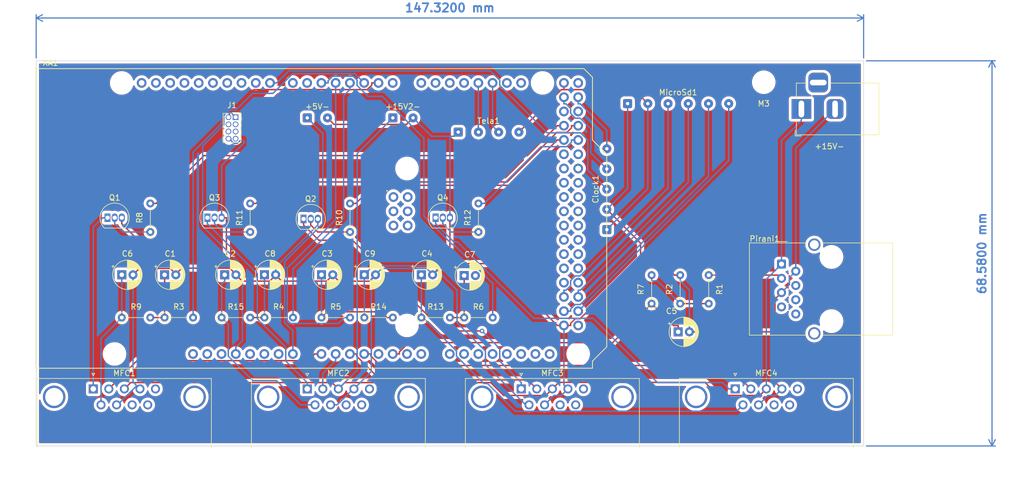
<source format=kicad_pcb>
(kicad_pcb (version 20211014) (generator pcbnew)
  (layers (0 "F.Cu" signal) (31 "B.Cu" signal) (34 "B.Paste" user) (35 "F.Paste" user) (36 "B.SilkS" user "B.Silkscreen") (37 "F.SilkS" user "F.Silkscreen") (38 "B.Mask" user) (39 "F.Mask" user) (44 "Edge.Cuts" user))
  (net 0 "")
  (net 1 "Net-(Pirani1-Pad3)")
  (net 2 "Net-(R1-Pad2)")
  (net 3 "Net-(C1-Pad2)")
  (net 4 "Net-(R3-Pad1)")
  (net 5 "Net-(R3-Pad2)")
  (net 6 "Net-(R4-Pad1)")
  (net 7 "Net-(R4-Pad2)")
  (net 8 "Net-(R5-Pad1)")
  (net 9 "Net-(R5-Pad2)")
  (net 10 "Net-(R6-Pad1)")
  (net 11 "Net-(R6-Pad2)")
  (net 12 "Net-(C5-Pad1)")
  (net 13 "Net-(Clock1-Pad1)")
  (net 14 "Net-(MicroSd1-Pad3)")
  (net 15 "Net-(MicroSd1-Pad4)")
  (net 16 "Net-(MicroSd1-Pad5)")
  (net 17 "Net-(MicroSd1-Pad6)")
  (net 18 "Net-(Clock1-Pad3)")
  (net 19 "Net-(Clock1-Pad4)")
  (net 20 "Net-(Clock1-Pad5)")
  (net 21 "Net-(Tela1-Pad2)")
  (net 22 "Net-(Tela1-Pad3)")
  (net 23 "Net-(MFC1-Pad3)")
  (net 28 "Net-(Q1-Pad2)")
  (net 29 "Net-(MFC1-Pad2)")
  (net 33 "Net-(R8-Pad2)")
  (net 34 "Net-(MFC2-Pad2)")
  (net 38 "Net-(C6-Pad1)")
  (net 39 "Net-(MFC3-Pad2)")
  (net 43 "Net-(Q2-Pad2)")
  (net 44 "Net-(MFC4-Pad2)")
  (net 53 "Net-(R10-Pad2)")
  (net 57 "Net-(Q3-Pad2)")
  (net 67 "Net-(R11-Pad2)")
  (net 93 "Net-(Q4-Pad2)")
  (net 94 "Net-(XA1-PadD29)")
  (net 95 "Net-(MFC4-Pad6)")
  (net 96 "Net-(MFC3-Pad6)")
  (net 119 "Net-(MFC2-Pad6)")
  (net 120 "Net-(Q2-Pad1)")
  (net 121 "Net-(Q1-Pad1)")
  (net 122 "Net-(MFC2-Pad1)")
  (net 123 "Net-(MFC4-Pad1)")
  (net 124 "Net-(XA1-Pad3V3)")
  (net 125 "Net-(XA1-PadD1)")
  (net 131 "Net-(XA1-PadVIN)")
  (footprint "Connector_BarrelJack:BarrelJack_Horizontal" (layer "F.Cu") (at 199.74 51.7575 180)
    (fp_text reference "+15V-")
    (fp_text value "Conn_01x02_Male")
  )
  (footprint "Resistor_THT:R_Axial_DIN0204_L3.6mm_D1.6mm_P5.08mm_Vertical" (layer "F.Cu") (at 104.14 88.9)
    (fp_text reference "R4")
    (fp_text value "1K")
  )
  (footprint "Resistor_THT:R_Axial_DIN0204_L3.6mm_D1.6mm_P5.08mm_Vertical" (layer "F.Cu") (at 83.82 73.66 90)
    (fp_text reference "R8")
    (fp_text value "4.7K")
  )
  (footprint "Connector_PinSocket_1.27mm:PinSocket_2x04_P1.27mm_Vertical" (layer "F.Cu") (at 99 53.23)
    (fp_text reference "J1")
    (fp_text value "ESP01")
  )
  (footprint "Connector_Dsub:DSUB-9_Male_Horizontal_P2.77x2.84mm_EdgePinOffset7.70mm_Housed_MountingHolesOffset9.12mm" (layer "F.Cu") (at 73.66 101.6)
    (fp_text reference "MFC1")
    (fp_text value "Conn_01x09_Male")
  )
  (footprint "Capacitor_THT:CP_Radial_D5.0mm_P2.00mm" (layer "F.Cu") (at 86.36 81.28)
    (fp_text reference "C1")
    (fp_text value "1uF")
  )
  (footprint "Package_TO_SOT_THT:TO-92_Inline" (layer "F.Cu") (at 93.98 71.12)
    (fp_text reference "Q3")
    (fp_text value "BC337")
  )
  (footprint "Connector_Wire:SolderWire-0.1sqmm_1x02_P3.6mm_D0.4mm_OD1mm" (layer "F.Cu") (at 111.76 53.34)
    (fp_text reference "+5V-")
    (fp_text value "Conn_01x02_Male")
  )
  (footprint "Resistor_THT:R_Axial_DIN0204_L3.6mm_D1.6mm_P5.08mm_Vertical" (layer "F.Cu") (at 114.3 88.9)
    (fp_text reference "R5")
    (fp_text value "1K")
  )
  (footprint "Capacitor_THT:CP_Radial_D5.0mm_P2.00mm" (layer "F.Cu") (at 78.74 81.28)
    (fp_text reference "C6")
    (fp_text value "1uF")
  )
  (footprint "Resistor_THT:R_Axial_DIN0204_L3.6mm_D1.6mm_P5.08mm_Vertical" (layer "F.Cu") (at 142.24 73.66 90)
    (fp_text reference "R12")
    (fp_text value "4.7K")
  )
  (footprint "Connector_Dsub:DSUB-9_Male_Horizontal_P2.77x2.84mm_EdgePinOffset7.70mm_Housed_MountingHolesOffset9.12mm" (layer "F.Cu") (at 187.96 101.6)
    (fp_text reference "MFC4")
    (fp_text value "Conn_01x09_Male")
  )
  (footprint "Resistor_THT:R_Axial_DIN0204_L3.6mm_D1.6mm_P5.08mm_Vertical" (layer "F.Cu") (at 132.08 88.9)
    (fp_text reference "R13")
    (fp_text value "1K")
  )
  (footprint "Connector_RJ:RJ45_Wuerth_7499010001A_Horizontal" (layer "F.Cu") (at 196.2 79.375)
    (fp_text reference "Pirani1")
    (fp_text value "Conn_01x08_Male")
  )
  (footprint "Connector_Wire:SolderWire-0.1sqmm_1x04_P3.6mm_D0.4mm_OD1mm" (layer "F.Cu") (at 138.64 55.88)
    (fp_text reference "Tela1")
    (fp_text value "Conn_01x04_Male")
  )
  (footprint "Connector_Dsub:DSUB-9_Male_Horizontal_P2.77x2.84mm_EdgePinOffset7.70mm_Housed_MountingHolesOffset9.12mm" (layer "F.Cu") (at 111.76 101.6)
    (fp_text reference "MFC2")
    (fp_text value "Conn_01x09_Male")
  )
  (footprint "Package_TO_SOT_THT:TO-92_Inline" (layer "F.Cu") (at 111.105 71.3375)
    (fp_text reference "Q2")
    (fp_text value "BC337")
  )
  (footprint "Resistor_THT:R_Axial_DIN0204_L3.6mm_D1.6mm_P5.08mm_Vertical" (layer "F.Cu") (at 101.6 73.66 90)
    (fp_text reference "R11")
    (fp_text value "4.7K")
  )
  (footprint "Capacitor_THT:CP_Radial_D5.0mm_P2.00mm" (layer "F.Cu") (at 104.14 81.28)
    (fp_text reference "C8")
    (fp_text value "1uF")
  )
  (footprint "Capacitor_THT:CP_Radial_D5.0mm_P2.00mm" (layer "F.Cu") (at 177.8 91.44)
    (fp_text reference "C5")
    (fp_text value "1uF")
  )
  (footprint "Connector_Wire:SolderWire-0.1sqmm_1x02_P3.6mm_D0.4mm_OD1mm" (layer "F.Cu") (at 127 53.34)
    (fp_text reference "+15V2-")
    (fp_text value "Conn_01x02_Male")
  )
  (footprint "MountingHole:MountingHole_3.2mm_M3" (layer "F.Cu") (at 193.04 47)
    (fp_text reference "M3")
    (fp_text value "MountingHole_3.2mm_M3")
  )
  (footprint "Arduino:Arduino_Mega2560_Shield" (layer "F.Cu") (at 63.48 97.92)
    (fp_text reference "XA1")
    (fp_text value "Arduino_Mega2560_Shield")
  )
  (footprint "Capacitor_THT:CP_Radial_D5.0mm_P2.00mm" (layer "F.Cu") (at 114.3 81.28)
    (fp_text reference "C3")
    (fp_text value "1uF")
  )
  (footprint "Resistor_THT:R_Axial_DIN0204_L3.6mm_D1.6mm_P5.08mm_Vertical" (layer "F.Cu") (at 183.24 81.34 -90)
    (fp_text reference "R1")
    (fp_text value "4.6K")
  )
  (footprint "Capacitor_THT:CP_Radial_D5.0mm_P2.00mm" (layer "F.Cu") (at 97.06 81.28)
    (fp_text reference "C2")
    (fp_text value "1uF")
  )
  (footprint "Resistor_THT:R_Axial_DIN0204_L3.6mm_D1.6mm_P5.08mm_Vertical" (layer "F.Cu") (at 178.16 86.42 90)
    (fp_text reference "R2")
    (fp_text value "4.6K")
  )
  (footprint "Resistor_THT:R_Axial_DIN0204_L3.6mm_D1.6mm_P5.08mm_Vertical" (layer "F.Cu") (at 119.38 73.66 90)
    (fp_text reference "R10")
    (fp_text value "4.7K")
  )
  (footprint "Connector_Wire:SolderWire-0.1sqmm_1x05_P3.6mm_D0.4mm_OD1mm" (layer "F.Cu") (at 165.1 73.24 90)
    (fp_text reference "Clock1")
    (fp_text value "Conn_01x05_Male")
  )
  (footprint "Capacitor_THT:CP_Radial_D5.0mm_P2.00mm" (layer "F.Cu") (at 139.7 81.42)
    (fp_text reference "C7")
    (fp_text value "1uF")
  )
  (footprint "Resistor_THT:R_Axial_DIN0204_L3.6mm_D1.6mm_P5.08mm_Vertical" (layer "F.Cu") (at 96.52 88.9)
    (fp_text reference "R15")
    (fp_text value "1K")
  )
  (footprint "Connector_Wire:SolderWire-0.1sqmm_1x06_P3.6mm_D0.4mm_OD1mm" (layer "F.Cu") (at 168.8 50.8)
    (fp_text reference "MicroSd1")
    (fp_text value "Conn_01x06_Male")
  )
  (footprint "Connector_Dsub:DSUB-9_Male_Horizontal_P2.77x2.84mm_EdgePinOffset7.70mm_Housed_MountingHolesOffset9.12mm" (layer "F.Cu") (at 149.86 101.6)
    (fp_text reference "MFC3")
    (fp_text value "Conn_01x09_Male")
  )
  (footprint "Resistor_THT:R_Axial_DIN0204_L3.6mm_D1.6mm_P5.08mm_Vertical" (layer "F.Cu") (at 173.08 86.42 90)
    (fp_text reference "R7")
    (fp_text value "220")
  )
  (footprint "Resistor_THT:R_Axial_DIN0204_L3.6mm_D1.6mm_P5.08mm_Vertical" (layer "F.Cu") (at 78.74 88.9)
    (fp_text reference "R9")
    (fp_text value "1K")
  )
  (footprint "Capacitor_THT:CP_Radial_D5.0mm_P2.00mm" (layer "F.Cu") (at 121.92 81.28)
    (fp_text reference "C9")
    (fp_text value "1uF")
  )
  (footprint "Capacitor_THT:CP_Radial_D5.0mm_P2.00mm" (layer "F.Cu") (at 132.08 81.28)
    (fp_text reference "C4")
    (fp_text value "1uF")
  )
  (footprint "Package_TO_SOT_THT:TO-92_Inline" (layer "F.Cu") (at 134.62 71.12)
    (fp_text reference "Q4")
    (fp_text value "BC337")
  )
  (footprint "Resistor_THT:R_Axial_DIN0204_L3.6mm_D1.6mm_P5.08mm_Vertical" (layer "F.Cu") (at 86.36 88.9)
    (fp_text reference "R3")
    (fp_text value "1K")
  )
  (footprint "Resistor_THT:R_Axial_DIN0204_L3.6mm_D1.6mm_P5.08mm_Vertical" (layer "F.Cu") (at 139.7 88.9)
    (fp_text reference "R6")
    (fp_text value "1K")
  )
  (footprint "Package_TO_SOT_THT:TO-92_Inline" (layer "F.Cu") (at 76.2 71.12)
    (fp_text reference "Q1")
    (fp_text value "BC337")
  )
  (footprint "Resistor_THT:R_Axial_DIN0204_L3.6mm_D1.6mm_P5.08mm_Vertical" (layer "F.Cu") (at 121.92 88.9)
    (fp_text reference "R14")
    (fp_text value "1K")
  )
  (gr_line (start 210.82 111.76) (end 210.82 43.18) (layer "Edge.Cuts") (width 0.1))
  (gr_line (start 63.5 43.18) (end 63.5 111.76) (layer "Edge.Cuts") (width 0.1))
  (gr_line (start 210.82 43.18) (end 63.5 43.18) (layer "Edge.Cuts") (width 0.1))
  (gr_line (start 63.5 111.76) (end 210.82 111.76) (layer "Edge.Cuts") (width 0.1))
  (dimension (type aligned) (layer "B.Cu") (pts (xy 210.82 43.18) (xy 210.82 111.76)) (height -22.86) (gr_text "68,5800 mm" (at 231.88 77.47 90) (layer "B.Cu") (effects (font (size 1.5 1.5) (thickness 0.3)))) (format (units 3) (units_format 1) (precision 4)) (style (thickness 0.2) (arrow_length 1.27) (text_position_mode 0) (extension_height 0.58642) (extension_offset 0.5) keep_text_aligned))
  (dimension (type aligned) (layer "B.Cu") (pts (xy 63.5 43.18) (xy 210.82 43.18)) (height -7.62) (gr_text "147,3200 mm" (at 137.16 33.76) (layer "B.Cu") (effects (font (size 1.5 1.5) (thickness 0.3)))) (format (units 3) (units_format 1) (precision 4)) (style (thickness 0.2) (arrow_length 1.27) (text_position_mode 0) (extension_height 0.58642) (extension_offset 0.5) keep_text_aligned))
  (segment (start 183.24 81.34) (end 195.625 81.34) (width 0.25) (layer "F.Cu") (net 1))
  (segment (start 195.625 81.34) (end 196.2 81.915) (width 0.25) (layer "F.Cu") (net 1))
  (segment (start 183.24 86.42) (end 178.16 86.42) (width 0.25) (layer "F.Cu") (net 2))
  (segment (start 173.08 81.34) (end 173.08 82.3653) (width 0.25) (layer "B.Cu") (net 2))
  (segment (start 174.1053 82.3653) (end 173.08 82.3653) (width 0.25) (layer "B.Cu") (net 2))
  (segment (start 178.16 86.42) (end 174.1053 82.3653) (width 0.25) (layer "B.Cu") (net 2))
  (segment (start 97.3703 80.1005) (end 97.3703 71.12) (width 0.25) (layer "F.Cu") (net 3))
  (segment (start 178.16 81.34) (end 177.1347 81.34) (width 0.25) (layer "F.Cu") (net 3))
  (segment (start 116.5249 54.5049) (end 115.36 53.34) (width 0.25) (layer "F.Cu") (net 3))
  (segment (start 195.0414 100.3714) (end 196.27 101.6) (width 0.25) (layer "F.Cu") (net 3))
  (segment (start 78.74 71.12) (end 78.74 72.1953) (width 0.25) (layer "F.Cu") (net 3))
  (segment (start 159.4662 89.1111) (end 158.6489 89.9284) (width 0.25) (layer "F.Cu") (net 3))
  (segment (start 107.2053 82.4054) (end 115.2347 82.4054) (width 0.25) (layer "F.Cu") (net 3))
  (segment (start 196.2 84.455) (end 195.0414 85.6136) (width 0.25) (layer "F.Cu") (net 3))
  (segment (start 97.3703 80.1005) (end 89.4173 80.1005) (width 0.25) (layer "F.Cu") (net 3))
  (segment (start 123.92 81.3877) (end 123.92 81.28) (width 0.25) (layer "F.Cu") (net 3))
  (segment (start 81.8654 80.1546) (end 87.3568 80.1546) (width 0.25) (layer "F.Cu") (net 3))
  (segment (start 177.1347 81.34) (end 174.1292 78.3345) (width 0.25) (layer "F.Cu") (net 3))
  (segment (start 130.6 53.34) (end 129.4351 54.5049) (width 0.25) (layer "F.Cu") (net 3))
  (segment (start 106.14 81.3401) (end 107.2053 82.4054) (width 0.25) (layer "F.Cu") (net 3))
  (segment (start 137.16 71.12) (end 137.16 72.1953) (width 0.25) (layer "F.Cu") (net 3))
  (segment (start 97.9544 80.1005) (end 97.3703 80.1005) (width 0.25) (layer "F.Cu") (net 3))
  (segment (start 106.14 81.3401) (end 105.0747 82.4054) (width 0.25) (layer "F.Cu") (net 3))
  (segment (start 81.8654 80.1546) (end 80.74 81.28) (width 0.25) (layer "F.Cu") (net 3))
  (segment (start 145.261 79.2899) (end 156.2711 90.3) (width 0.25) (layer "F.Cu") (net 3))
  (segment (start 195.0414 91.44) (end 179.8 91.44) (width 0.25) (layer "F.Cu") (net 3))
  (segment (start 122.8931 82.4146) (end 123.92 81.3877) (width 0.25) (layer "F.Cu") (net 3))
  (segment (start 129.4351 54.5049) (end 116.5249 54.5049) (width 0.25) (layer "F.Cu") (net 3))
  (segment (start 117.3745 82.4146) (end 122.8931 82.4146) (width 0.25) (layer "F.Cu") (net 3))
  (segment (start 157.46 90.3) (end 156.2711 90.3) (width 0.25) (layer "F.Cu") (net 3))
  (segment (start 195.0414 91.44) (end 195.0414 100.3714) (width 0.25) (layer "F.Cu") (net 3))
  (segment (start 137.16 79.2899) (end 145.261 79.2899) (width 0.25) (layer "F.Cu") (net 3))
  (segment (start 100.1854 82.4054) (end 99.06 81.28) (width 0.25) (layer "F.Cu") (net 3))
  (segment (start 195.0414 85.6136) (end 195.0414 91.44) (width 0.25) (layer "F.Cu") (net 3))
  (segment (start 89.4173 80.1005) (end 88.36 81.1578) (width 0.25) (layer "F.Cu") (net 3))
  (segment (start 96.52 71.12) (end 97.3703 71.12) (width 0.25) (layer "F.Cu") (net 3))
  (segment (start 78.74 72.1953) (end 81.8654 75.3207) (width 0.25) (layer "F.Cu") (net 3))
  (segment (start 137.16 79.2899) (end 137.16 72.1953) (width 0.25) (layer "F.Cu") (net 3))
  (segment (start 106.14 81.3401) (end 106.14 81.28) (width 0.25) (layer "F.Cu") (net 3))
  (segment (start 99.06 81.2061) (end 97.9544 80.1005) (width 0.25) (layer "F.Cu") (net 3))
  (segment (start 171.1079 75.6479) (end 171.1079 78.3345) (width 0.25) (layer "F.Cu") (net 3))
  (segment (start 105.0747 82.4054) (end 100.1854 82.4054) (width 0.25) (layer "F.Cu") (net 3))
  (segment (start 171.1079 78.3345) (end 160.3313 89.1111) (width 0.25) (layer "F.Cu") (net 3))
  (segment (start 88.36 81.1578) (end 88.36 81.28) (width 0.25) (layer "F.Cu") (net 3))
  (segment (start 87.3568 80.1546) (end 88.36 81.1578) (width 0.25) (layer "F.Cu") (net 3))
  (segment (start 160.3313 89.1111) (end 159.4662 89.1111) (width 0.25) (layer "F.Cu") (net 3))
  (segment (start 165.1 69.64) (end 171.1079 75.6479) (width 0.25) (layer "F.Cu") (net 3))
  (segment (start 99.06 81.28) (end 99.06 81.2061) (width 0.25) (layer "F.Cu") (net 3))
  (segment (start 116.3 81.3401) (end 116.3 81.28) (width 0.25) (layer "F.Cu") (net 3))
  (segment (start 115.2347 82.4054) (end 116.3 81.3401) (width 0.25) (layer "F.Cu") (net 3))
  (segment (start 158.6489 89.9284) (end 158.6489 90.3) (width 0.25) (layer "F.Cu") (net 3))
  (segment (start 116.3 81.3401) (end 117.3745 82.4146) (width 0.25) (layer "F.Cu") (net 3))
  (segment (start 81.8654 75.3207) (end 81.8654 80.1546) (width 0.25) (layer "F.Cu") (net 3))
  (segment (start 157.46 90.3) (end 158.6489 90.3) (width 0.25) (layer "F.Cu") (net 3))
  (segment (start 136.0701 79.2899) (end 137.16 79.2899) (width 0.25) (layer "F.Cu") (net 3))
  (segment (start 174.1292 78.3345) (end 171.1079 78.3345) (width 0.25) (layer "F.Cu") (net 3))
  (segment (start 134.08 81.28) (end 136.0701 79.2899) (width 0.25) (layer "F.Cu") (net 3))
  (segment (start 179.8 84.0053) (end 179.8 91.44) (width 0.25) (layer "B.Cu") (net 3))
  (segment (start 154.015 104.44) (end 155.6845 102.7705) (width 0.25) (layer "B.Cu") (net 3))
  (segment (start 100.65265 57.65265) (end 96.52 61.7853) (width 0.25) (layer "B.Cu") (net 3))
  (segment (start 198.74 80.645) (end 197.6146 81.7704) (width 0.25) (layer "B.Cu") (net 3))
  (segment (start 106.14 81.28) (end 106.14 79.9178) (width 0.25) (layer "B.Cu") (net 3))
  (segment (start 134.08 81.28) (end 134.08 81.2023) (width 0.25) (layer "B.Cu") (net 3))
  (segment (start 77.815 104.44) (end 77.9863 104.44) (width 0.25) (layer "B.Cu") (net 3))
  (segment (start 80.74 100.37) (end 81.3982 101.0281) (width 0.25) (layer "B.Cu") (net 3))
  (segment (start 198.74 58.7575) (end 198.74 80.645) (width 0.25) (layer "B.Cu") (net 3))
  (segment (start 113.645 71.3375) (end 113.645 72.4128) (width 0.25) (layer "B.Cu") (net 3))
  (segment (start 98.175489 57.04) (end 98.175489 57.381525) (width 0.25) (layer "B.Cu") (net 3))
  (segment (start 178.16 82.3653) (end 179.8 84.0053) (width 0.25) (layer "B.Cu") (net 3))
  (segment (start 81.3982 101.0281) (end 81.97 101.6) (width 0.25) (layer "B.Cu") (net 3))
  (segment (start 134.08 81.2023) (end 133.0324 80.1547) (width 0.25) (layer "B.Cu") (net 3))
  (segment (start 195.0995 102.7705) (end 196.27 101.6) (width 0.25) (layer "B.Cu") (net 3))
  (segment (start 123.17 98.5) (end 120.07 101.6) (width 0.25) (layer "B.Cu") (net 3))
  (segment (start 99.341525 57.864511) (end 99.824511 57.381525) (width 0.25) (layer "B.Cu") (net 3))
  (segment (start 137.9 56.62) (end 137.16 56.62) (width 0.25) (layer "B.Cu") (net 3))
  (segment (start 133.0324 80.1547) (end 125.0453 80.1547) (width 0.25) (layer "B.Cu") (net 3))
  (segment (start 137.16 56.62) (end 137.16 71.12) (width 0.25) (layer "B.Cu") (net 3))
  (segment (start 133.88 56.62) (end 130.6 53.34) (width 0.25) (layer "B.Cu") (net 3))
  (segment (start 197.6146 83.0404) (end 196.2 84.455) (width 0.25) (layer "B.Cu") (net 3))
  (segment (start 98.658475 57.864511) (end 99.341525 57.864511) (width 0.25) (layer "B.Cu") (net 3))
  (segment (start 197.6146 81.7704) (end 197.6146 83.0404) (width 0.25) (layer "B.Cu") (net 3))
  (segment (start 123.17 82.03) (end 123.17 98.5) (width 0.25) (layer "B.Cu") (net 3))
  (segment (start 77.9863 104.44) (end 81.3982 101.0281) (width 0.25) (layer "B.Cu") (net 3))
  (segment (start 125.0453 80.1547) (end 123.92 81.28) (width 0.25) (layer "B.Cu") (net 3))
  (segment (start 157.46 100.89) (end 158.17 101.6) (width 0.25) (layer "B.Cu") (net 3))
  (segment (start 137.16 56.62) (end 133.88 56.62) (width 0.25) (layer "B.Cu") (net 3))
  (segment (start 80.74 81.28) (end 80.74 100.37) (width 0.25) (layer "B.Cu") (net 3))
  (segment (start 138.64 55.88) (end 137.9 56.62) (width 0.25) (layer "B.Cu") (net 3))
  (segment (start 168.8 65.94) (end 168.8 50.8) (width 0.25) (layer "B.Cu") (net 3))
  (segment (start 98.175489 57.381525) (end 98.658475 57.864511) (width 0.25) (layer "B.Cu") (net 3))
  (segment (start 120.07 101.6) (end 119.9335 101.6) (width 0.25) (layer "B.Cu") (net 3))
  (segment (start 157.46 90.3) (end 157.46 100.89) (width 0.25) (layer "B.Cu") (net 3))
  (segment (start 205.74 51.7575) (end 198.74 58.7575) (width 0.25) (layer "B.Cu") (net 3))
  (segment (start 99.824511 57.381525) (end 100.381525 57.381525) (width 0.25) (layer "B.Cu") (net 3))
  (segment (start 119.9335 101.6) (end 117.0935 104.44) (width 0.25) (layer "B.Cu") (net 3))
  (segment (start 106.14 79.9178) (end 113.645 72.4128) (width 0.25) (layer "B.Cu") (net 3))
  (segment (start 155.6845 102.7705) (end 156.9995 102.7705) (width 0.25) (layer "B.Cu") (net 3))
  (segment (start 100.381525 57.381525) (end 100.65265 57.65265) (width 0.25) (layer "B.Cu") (net 3))
  (segment (start 178.16 81.34) (end 178.16 82.3653) (width 0.25) (layer "B.Cu") (net 3))
  (segment (start 193.7845 102.7705) (end 195.0995 102.7705) (width 0.25) (layer "B.Cu") (net 3))
  (segment (start 123.92 81.28) (end 123.17 82.03) (width 0.25) (layer "B.Cu") (net 3))
  (segment (start 165.1 69.64) (end 168.8 65.94) (width 0.25) (layer "B.Cu") (net 3))
  (segment (start 117.0935 104.44) (end 115.915 104.44) (width 0.25) (layer "B.Cu") (net 3))
  (segment (start 97.73 57.04) (end 98.175489 57.04) (width 0.25) (layer "B.Cu") (net 3))
  (segment (start 156.9995 102.7705) (end 158.17 101.6) (width 0.25) (layer "B.Cu") (net 3))
  (segment (start 96.52 61.7853) (end 96.52 71.12) (width 0.25) (layer "B.Cu") (net 3))
  (segment (start 192.115 104.44) (end 193.7845 102.7705) (width 0.25) (layer "B.Cu") (net 3))
  (segment (start 86.36 81.28) (end 86.36 82.4053) (width 0.25) (layer "F.Cu") (net 4))
  (segment (start 86.36 88.9) (end 83.82 88.9) (width 0.25) (layer "F.Cu") (net 4))
  (segment (start 86.36 88.9) (end 86.36 82.4053) (width 0.25) (layer "F.Cu") (net 4))
  (segment (start 97.202278 51.955969) (end 99.044031 51.955969) (width 0.25) (layer "B.Cu") (net 5))
  (segment (start 91.44 88.9) (end 91.44 59.424282) (width 0.25) (layer "B.Cu") (net 5))
  (segment (start 120.2592 45.4792) (end 121.9 47.12) (width 0.25) (layer "B.Cu") (net 5))
  (segment (start 109.1594 45.4792) (end 120.2592 45.4792) (width 0.25) (layer "B.Cu") (net 5))
  (segment (start 99.044031 51.955969) (end 102.0117 48.9883) (width 0.25) (layer "B.Cu") (net 5))
  (segment (start 96.455969 52.702277) (end 97.202278 51.955969) (width 0.25) (layer "B.Cu") (net 5))
  (segment (start 96.455969 54.408313) (end 96.455969 52.702277) (width 0.25) (layer "B.Cu") (net 5))
  (segment (start 91.44 59.424282) (end 96.455969 54.408313) (width 0.25) (layer "B.Cu") (net 5))
  (segment (start 105.6503 48.9883) (end 109.1594 45.4792) (width 0.25) (layer "B.Cu") (net 5))
  (segment (start 102.0117 48.9883) (end 105.6503 48.9883) (width 0.25) (layer "B.Cu") (net 5))
  (segment (start 104.14 88.9) (end 101.6 88.9) (width 0.25) (layer "F.Cu") (net 6))
  (segment (start 104.14 88.9) (end 104.14 81.28) (width 0.25) (layer "B.Cu") (net 6))
  (segment (start 119.36 47.12) (end 119.36 48.3089) (width 0.25) (layer "B.Cu") (net 7))
  (segment (start 109.22 88.9) (end 109.22 80.2375) (width 0.25) (layer "B.Cu") (net 7))
  (segment (start 109.22 80.2375) (end 118.234 71.2235) (width 0.25) (layer "B.Cu") (net 7))
  (segment (start 118.234 71.2235) (end 118.234 49.4349) (width 0.25) (layer "B.Cu") (net 7))
  (segment (start 118.234 49.4349) (end 119.36 48.3089) (width 0.25) (layer "B.Cu") (net 7))
  (segment (start 115.3253 87.8747) (end 124.9494 87.8747) (width 0.25) (layer "F.Cu") (net 8))
  (segment (start 127 88.9) (end 125.9747 88.9) (width 0.25) (layer "F.Cu") (net 8))
  (segment (start 124.9494 87.8747) (end 125.9747 88.9) (width 0.25) (layer "F.Cu") (net 8))
  (segment (start 114.3 88.9) (end 115.3253 87.8747) (width 0.25) (layer "F.Cu") (net 8))
  (segment (start 114.3 88.9) (end 114.3 81.28) (width 0.25) (layer "B.Cu") (net 8))
  (segment (start 108.1925 89.3611) (end 108.1925 80.0705) (width 0.25) (layer "B.Cu") (net 9))
  (segment (start 108.1925 80.0705) (end 116.82 71.443) (width 0.25) (layer "B.Cu") (net 9))
  (segment (start 108.7811 89.9497) (end 108.1925 89.3611) (width 0.25) (layer "B.Cu") (net 9))
  (segment (start 116.82 71.443) (end 116.82 47.12) (width 0.25) (layer "B.Cu") (net 9))
  (segment (start 119.38 88.9) (end 118.3547 88.9) (width 0.25) (layer "B.Cu") (net 9))
  (segment (start 118.3547 88.9) (end 117.305 89.9497) (width 0.25) (layer "B.Cu") (net 9))
  (segment (start 117.305 89.9497) (end 108.7811 89.9497) (width 0.25) (layer "B.Cu") (net 9))
  (segment (start 139.7 81.42) (end 139.7 82.5453) (width 0.25) (layer "F.Cu") (net 10))
  (segment (start 139.7 88.9) (end 139.7 82.5453) (width 0.25) (layer "F.Cu") (net 10))
  (segment (start 139.7 88.9) (end 137.16 88.9) (width 0.25) (layer "F.Cu") (net 10))
  (segment (start 144.78 87.8747) (end 144.78 82.8328) (width 0.25) (layer "B.Cu") (net 11))
  (segment (start 132.5363 70.856) (end 132.5363 56.9613) (width 0.25) (layer "B.Cu") (net 11))
  (segment (start 137.8501 75.9029) (end 137.5832 75.9029) (width 0.25) (layer "B.Cu") (net 11))
  (segment (start 132.5363 56.9613) (end 125.0911 49.5161) (width 0.25) (layer "B.Cu") (net 11))
  (segment (start 122.584 49.5161) (end 120.63 47.5621) (width 0.25) (layer "B.Cu") (net 11))
  (segment (start 144.78 88.9) (end 144.78 87.8747) (width 0.25) (layer "B.Cu") (net 11))
  (segment (start 115.4689 46.7484) (end 115.4689 47.12) (width 0.25) (layer "B.Cu") (net 11))
  (segment (start 125.0911 49.5161) (end 122.584 49.5161) (width 0.25) (layer "B.Cu") (net 11))
  (segment (start 114.28 47.12) (end 115.4689 47.12) (width 0.25) (layer "B.Cu") (net 11))
  (segment (start 137.5832 75.9029) (end 132.5363 70.856) (width 0.25) (layer "B.Cu") (net 11))
  (segment (start 144.78 82.8328) (end 137.8501 75.9029) (width 0.25) (layer "B.Cu") (net 11))
  (segment (start 119.9398 45.9311) (end 116.2862 45.9311) (width 0.25) (layer "B.Cu") (net 11))
  (segment (start 120.63 46.6213) (end 119.9398 45.9311) (width 0.25) (layer "B.Cu") (net 11))
  (segment (start 120.63 47.5621) (end 120.63 46.6213) (width 0.25) (layer "B.Cu") (net 11))
  (segment (start 116.2862 45.9311) (end 115.4689 46.7484) (width 0.25) (layer "B.Cu") (net 11))
  (segment (start 177.8 91.44) (end 177.8 90.3147) (width 0.25) (layer "F.Cu") (net 12))
  (segment (start 128.1689 95.0085) (end 128.1689 95.38) (width 0.25) (layer "F.Cu") (net 12))
  (segment (start 166.1393 93.3607) (end 129.8167 93.3607) (width 0.25) (layer "F.Cu") (net 12))
  (segment (start 173.08 86.42) (end 176.9747 90.3147) (width 0.25) (layer "F.Cu") (net 12))
  (segment (start 126.98 95.38) (end 128.1689 95.38) (width 0.25) (layer "F.Cu") (net 12))
  (segment (start 129.8167 93.3607) (end 128.1689 95.0085) (width 0.25) (layer "F.Cu") (net 12))
  (segment (start 173.08 86.42) (end 166.1393 93.3607) (width 0.25) (layer "F.Cu") (net 12))
  (segment (start 176.9747 90.3147) (end 177.8 90.3147) (width 0.25) (layer "F.Cu") (net 12))
  (segment (start 157.0111 48.3089) (end 157.46 48.3089) (width 0.25) (layer "F.Cu") (net 13))
  (segment (start 169.9089 48.3089) (end 157.46 48.3089) (width 0.25) (layer "F.Cu") (net 13))
  (segment (start 149.44 55.88) (end 157.0111 48.3089) (width 0.25) (layer "F.Cu") (net 13))
  (segment (start 172.4 50.8) (end 169.9089 48.3089) (width 0.25) (layer "F.Cu") (net 13))
  (segment (start 157.46 47.12) (end 157.46 48.3089) (width 0.25) (layer "F.Cu") (net 13))
  (segment (start 172.4 65.94) (end 165.1 73.24) (width 0.25) (layer "B.Cu") (net 13))
  (segment (start 172.4 50.8) (end 172.4 65.94) (width 0.25) (layer "B.Cu") (net 13))
  (segment (start 159.4857 81.491) (end 158.6489 82.3278) (width 0.25) (layer "B.Cu") (net 14))
  (segment (start 176 50.8) (end 176 65.8268) (width 0.25) (layer "B.Cu") (net 14))
  (segment (start 176 65.8268) (end 160.3358 81.491) (width 0.25) (layer "B.Cu") (net 14))
  (segment (start 158.6489 82.3278) (end 158.6489 83.2138) (width 0.25) (layer "B.Cu") (net 14))
  (segment (start 157.46 85.22) (end 157.46 84.0311) (width 0.25) (layer "B.Cu") (net 14))
  (segment (start 158.6489 83.2138) (end 157.8316 84.0311) (width 0.25) (layer "B.Cu") (net 14))
  (segment (start 160.3358 81.491) (end 159.4857 81.491) (width 0.25) (layer "B.Cu") (net 14))
  (segment (start 157.8316 84.0311) (end 157.46 84.0311) (width 0.25) (layer "B.Cu") (net 14))
  (segment (start 160 85.22) (end 160 84.0311) (width 0.25) (layer "B.Cu") (net 15))
  (segment (start 179.6 64.8026) (end 160.3715 84.0311) (width 0.25) (layer "B.Cu") (net 15))
  (segment (start 160.3715 84.0311) (end 160 84.0311) (width 0.25) (layer "B.Cu") (net 15))
  (segment (start 179.6 50.8) (end 179.6 64.8026) (width 0.25) (layer "B.Cu") (net 15))
  (segment (start 157.46 87.76) (end 158.6489 87.76) (width 0.25) (layer "B.Cu") (net 16))
  (segment (start 183.2 50.8) (end 183.2 63.7468) (width 0.25) (layer "B.Cu") (net 16))
  (segment (start 158.6489 87.3884) (end 158.6489 87.76) (width 0.25) (layer "B.Cu") (net 16))
  (segment (start 160.3757 86.5711) (end 159.4662 86.5711) (width 0.25) (layer "B.Cu") (net 16))
  (segment (start 159.4662 86.5711) (end 158.6489 87.3884) (width 0.25) (layer "B.Cu") (net 16))
  (segment (start 183.2 63.7468) (end 160.3757 86.5711) (width 0.25) (layer "B.Cu") (net 16))
  (segment (start 186.8 50.8) (end 186.8 60.96) (width 0.25) (layer "B.Cu") (net 17))
  (segment (start 186.8 60.96) (end 160 87.76) (width 0.25) (layer "B.Cu") (net 17))
  (segment (start 146.03 46.6397) (end 144.3712 44.9809) (width 0.25) (layer "B.Cu") (net 18))
  (segment (start 161.7145 57.2973) (end 160.4272 56.01) (width 0.25) (layer "B.Cu") (net 18))
  (segment (start 105.136 47.12) (end 106.3249 47.12) (width 0.25) (layer "B.Cu") (net 18))
  (segment (start 161.7145 62.6545) (end 161.7145 57.2973) (width 0.25) (layer "B.Cu") (net 18))
  (segment (start 144.3712 44.9809) (end 108.464 44.9809) (width 0.25) (layer "B.Cu") (net 18))
  (segment (start 146.03 47.551) (end 146.03 46.6397) (width 0.25) (layer "B.Cu") (net 18))
  (segment (start 154.489 56.01) (end 146.03 47.551) (width 0.25) (layer "B.Cu") (net 18))
  (segment (start 108.464 44.9809) (end 106.3249 47.12) (width 0.25) (layer "B.Cu") (net 18))
  (segment (start 160.4272 56.01) (end 154.489 56.01) (width 0.25) (layer "B.Cu") (net 18))
  (segment (start 165.1 66.04) (end 161.7145 62.6545) (width 0.25) (layer "B.Cu") (net 18))
  (segment (start 157.46 49.66) (end 157.46 50.8489) (width 0.25) (layer "B.Cu") (net 19))
  (segment (start 158.6489 51.6662) (end 157.8316 50.8489) (width 0.25) (layer "B.Cu") (net 19))
  (segment (start 157.8316 50.8489) (end 157.46 50.8489) (width 0.25) (layer "B.Cu") (net 19))
  (segment (start 165.1 62.44) (end 162.2459 59.5859) (width 0.25) (layer "B.Cu") (net 19))
  (segment (start 158.6489 52.5522) (end 158.6489 51.6662) (width 0.25) (layer "B.Cu") (net 19))
  (segment (start 162.2459 59.5859) (end 162.2459 55.2988) (width 0.25) (layer "B.Cu") (net 19))
  (segment (start 159.4857 53.389) (end 158.6489 52.5522) (width 0.25) (layer "B.Cu") (net 19))
  (segment (start 160.3361 53.389) (end 159.4857 53.389) (width 0.25) (layer "B.Cu") (net 19))
  (segment (start 162.2459 55.2988) (end 160.3361 53.389) (width 0.25) (layer "B.Cu") (net 19))
  (segment (start 165.1 58.84) (end 165.1 55.5774) (width 0.25) (layer "B.Cu") (net 20))
  (segment (start 165.1 55.5774) (end 160.3715 50.8489) (width 0.25) (layer "B.Cu") (net 20))
  (segment (start 160 49.66) (end 160 50.8489) (width 0.25) (layer "B.Cu") (net 20))
  (segment (start 160.3715 50.8489) (end 160 50.8489) (width 0.25) (layer "B.Cu") (net 20))
  (segment (start 142.24 55.88) (end 142.22 55.86) (width 0.25) (layer "B.Cu") (net 21))
  (segment (start 142.22 55.86) (end 142.22 47.12) (width 0.25) (layer "B.Cu") (net 21))
  (segment (start 145.84 55.88) (end 144.76 54.8) (width 0.25) (layer "B.Cu") (net 22))
  (segment (start 144.76 54.8) (end 144.76 47.12) (width 0.25) (layer "B.Cu") (net 22))
  (segment (start 156.561 100.439) (end 155.4 101.6) (width 0.25) (layer "F.Cu") (net 23))
  (segment (start 118.4254 100.4746) (end 117.3 101.6) (width 0.25) (layer "F.Cu") (net 23))
  (segment (start 155.4 101.6) (end 154.2296 102.7704) (width 0.25) (layer "F.Cu") (net 23))
  (segment (start 79.2 101.6) (end 80.3254 100.4746) (width 0.25) (layer "F.Cu") (net 23))
  (segment (start 184.9143 102.7704) (end 182.5829 100.439) (width 0.25) (layer "F.Cu") (net 23))
  (segment (start 192.3296 102.7704) (end 184.9143 102.7704) (width 0.25) (layer "F.Cu") (net 23))
  (segment (start 116.1746 100.4746) (end 117.3 101.6) (width 0.25) (layer "F.Cu") (net 23))
  (segment (start 144.4326 100.4746) (end 118.4254 100.4746) (width 0.25) (layer "F.Cu") (net 23))
  (segment (start 154.2296 102.7704) (end 146.7284 102.7704) (width 0.25) (layer "F.Cu") (net 23))
  (segment (start 193.5 101.6) (end 192.3296 102.7704) (width 0.25) (layer "F.Cu") (net 23))
  (segment (start 146.7284 102.7704) (end 144.4326 100.4746) (width 0.25) (layer "F.Cu") (net 23))
  (segment (start 80.3254 100.4746) (end 116.1746 100.4746) (width 0.25) (layer "F.Cu") (net 23))
  (segment (start 182.5829 100.439) (end 156.561 100.439) (width 0.25) (layer "F.Cu") (net 23))
  (segment (start 120.65 98.25) (end 117.3 101.6) (width 0.25) (layer "B.Cu") (net 23))
  (segment (start 127 53.34) (end 120.65 59.69) (width 0.25) (layer "B.Cu") (net 23))
  (segment (start 199.74 51.7575) (end 199.74 53.8328) (width 0.25) (layer "B.Cu") (net 23))
  (segment (start 193.5 82.075) (end 196.2 79.375) (width 0.25) (layer "B.Cu") (net 23))
  (segment (start 196.2 57.3728) (end 196.2 79.375) (width 0.25) (layer "B.Cu") (net 23))
  (segment (start 199.74 53.8328) (end 196.2 57.3728) (width 0.25) (layer "B.Cu") (net 23))
  (segment (start 193.5 101.6) (end 193.5 82.075) (width 0.25) (layer "B.Cu") (net 23))
  (segment (start 120.65 59.69) (end 120.65 98.25) (width 0.25) (layer "B.Cu") (net 23))
  (segment (start 83.82 73.66) (end 78.9347 73.66) (width 0.25) (layer "B.Cu") (net 28))
  (segment (start 78.9347 73.66) (end 77.47 72.1953) (width 0.25) (layer "B.Cu") (net 28))
  (segment (start 77.47 71.12) (end 77.47 72.1953) (width 0.25) (layer "B.Cu") (net 28))
  (segment (start 111.9022 96.5689) (end 113.0911 95.38) (width 0.25) (layer "F.Cu") (net 29))
  (segment (start 114.28 95.38) (end 113.0911 95.38) (width 0.25) (layer "F.Cu") (net 29))
  (segment (start 76.43 101.6) (end 81.4611 96.5689) (width 0.25) (layer "F.Cu") (net 29))
  (segment (start 81.4611 96.5689) (end 111.9022 96.5689) (width 0.25) (layer "F.Cu") (net 29))
  (segment (start 83.82 68.58) (end 84.8453 68.58) (width 0.25) (layer "F.Cu") (net 33))
  (segment (start 93.3638 60.0615) (end 84.8453 68.58) (width 0.25) (layer "F.Cu") (net 33))
  (segment (start 157.46 54.74) (end 156.2711 54.74) (width 0.25) (layer "F.Cu") (net 33))
  (segment (start 150.9497 60.0614) (end 93.3638 60.0614) (width 0.25) (layer "F.Cu") (net 33))
  (segment (start 156.2711 54.74) (end 150.9497 60.0614) (width 0.25) (layer "F.Cu") (net 33))
  (segment (start 93.3638 60.0614) (end 93.3638 60.0615) (width 0.25) (layer "F.Cu") (net 33))
  (segment (start 114.53 98.8589) (end 116.82 96.5689) (width 0.25) (layer "B.Cu") (net 34))
  (segment (start 116.82 95.38) (end 116.82 96.5689) (width 0.25) (layer "B.Cu") (net 34))
  (segment (start 114.53 101.6) (end 114.53 98.8589) (width 0.25) (layer "B.Cu") (net 34))
  (segment (start 78.74 88.9) (end 78.74 81.28) (width 0.25) (layer "B.Cu") (net 38))
  (segment (start 75.045 104.44) (end 75.045 92.595) (width 0.25) (layer "B.Cu") (net 38))
  (segment (start 75.045 92.595) (end 78.74 88.9) (width 0.25) (layer "B.Cu") (net 38))
  (segment (start 120.5489 95.7515) (end 120.5489 95.38) (width 0.25) (layer "F.Cu") (net 39))
  (segment (start 119.36 95.38) (end 120.5489 95.38) (width 0.25) (layer "F.Cu") (net 39))
  (segment (start 152.63 101.6) (end 151.034 100.004) (width 0.25) (layer "F.Cu") (net 39))
  (segment (start 151.034 100.004) (end 124.8014 100.004) (width 0.25) (layer "F.Cu") (net 39))
  (segment (start 124.8014 100.004) (end 120.5489 95.7515) (width 0.25) (layer "F.Cu") (net 39))
  (segment (start 113.6222 73.66) (end 112.375 72.4128) (width 0.25) (layer "F.Cu") (net 43))
  (segment (start 112.375 71.3375) (end 112.375 72.4128) (width 0.25) (layer "F.Cu") (net 43))
  (segment (start 119.38 73.66) (end 113.6222 73.66) (width 0.25) (layer "F.Cu") (net 43))
  (segment (start 190.73 101.6) (end 186.5636 97.4336) (width 0.25) (layer "F.Cu") (net 44))
  (segment (start 121.9 95.38) (end 123.0889 95.38) (width 0.25) (layer "F.Cu") (net 44))
  (segment (start 124.7822 97.4336) (end 123.0889 95.7403) (width 0.25) (layer "F.Cu") (net 44))
  (segment (start 186.5636 97.4336) (end 124.7822 97.4336) (width 0.25) (layer "F.Cu") (net 44))
  (segment (start 123.0889 95.7403) (end 123.0889 95.38) (width 0.25) (layer "F.Cu") (net 44))
  (segment (start 119.38 68.58) (end 120.4053 68.58) (width 0.25) (layer "F.Cu") (net 53))
  (segment (start 148.1939 65.3572) (end 156.2711 57.28) (width 0.25) (layer "F.Cu") (net 53))
  (segment (start 120.4053 68.58) (end 123.6281 65.3572) (width 0.25) (layer "F.Cu") (net 53))
  (segment (start 157.46 57.28) (end 156.2711 57.28) (width 0.25) (layer "F.Cu") (net 53))
  (segment (start 123.6281 65.3572) (end 148.1939 65.3572) (width 0.25) (layer "F.Cu") (net 53))
  (segment (start 96.7147 73.66) (end 95.25 72.1953) (width 0.25) (layer "B.Cu") (net 57))
  (segment (start 101.6 73.66) (end 96.7147 73.66) (width 0.25) (layer "B.Cu") (net 57))
  (segment (start 95.25 71.12) (end 95.25 72.1953) (width 0.25) (layer "B.Cu") (net 57))
  (segment (start 102.6253 68.58) (end 106.4499 64.7554) (width 0.25) (layer "F.Cu") (net 67))
  (segment (start 147.3726 64.7554) (end 156.1991 55.9289) (width 0.25) (layer "F.Cu") (net 67))
  (segment (start 157.9938 55.9289) (end 158.8111 55.1116) (width 0.25) (layer "F.Cu") (net 67))
  (segment (start 101.6 68.58) (end 102.6253 68.58) (width 0.25) (layer "F.Cu") (net 67))
  (segment (start 158.8111 55.1116) (end 158.8111 54.74) (width 0.25) (layer "F.Cu") (net 67))
  (segment (start 160 54.74) (end 158.8111 54.74) (width 0.25) (layer "F.Cu") (net 67))
  (segment (start 106.4499 64.7554) (end 147.3726 64.7554) (width 0.25) (layer "F.Cu") (net 67))
  (segment (start 156.1991 55.9289) (end 157.9938 55.9289) (width 0.25) (layer "F.Cu") (net 67))
  (segment (start 135.89 71.12) (end 135.89 72.1953) (width 0.25) (layer "B.Cu") (net 93))
  (segment (start 137.3547 73.66) (end 135.89 72.1953) (width 0.25) (layer "B.Cu") (net 93))
  (segment (start 142.24 73.66) (end 137.3547 73.66) (width 0.25) (layer "B.Cu") (net 93))
  (segment (start 143.2653 68.58) (end 153.3764 58.4689) (width 0.25) (layer "B.Cu") (net 94))
  (segment (start 158.8111 57.6516) (end 158.8111 57.28) (width 0.25) (layer "B.Cu") (net 94))
  (segment (start 160 57.28) (end 158.8111 57.28) (width 0.25) (layer "B.Cu") (net 94))
  (segment (start 157.9938 58.4689) (end 158.8111 57.6516) (width 0.25) (layer "B.Cu") (net 94))
  (segment (start 142.24 68.58) (end 143.2653 68.58) (width 0.25) (layer "B.Cu") (net 94))
  (segment (start 153.3764 58.4689) (end 157.9938 58.4689) (width 0.25) (layer "B.Cu") (net 94))
  (segment (start 143.8481 100.6354) (end 148.7937 105.581) (width 0.25) (layer "B.Cu") (net 95))
  (segment (start 132.08 88.9) (end 132.3665 88.9) (width 0.25) (layer "B.Cu") (net 95))
  (segment (start 138.329 95.7687) (end 143.1957 100.6354) (width 0.25) (layer "B.Cu") (net 95))
  (segment (start 148.7937 105.581) (end 188.204 105.581) (width 0.25) (layer "B.Cu") (net 95))
  (segment (start 132.3665 88.9) (end 138.329 94.8625) (width 0.25) (layer "B.Cu") (net 95))
  (segment (start 188.204 105.581) (end 189.345 104.44) (width 0.25) (layer "B.Cu") (net 95))
  (segment (start 132.08 81.28) (end 132.08 82.4053) (width 0.25) (layer "B.Cu") (net 95))
  (segment (start 143.1957 100.6354) (end 143.8481 100.6354) (width 0.25) (layer "B.Cu") (net 95))
  (segment (start 138.329 94.8625) (end 138.329 95.7687) (width 0.25) (layer "B.Cu") (net 95))
  (segment (start 132.08 88.9) (end 132.08 82.4053) (width 0.25) (layer "B.Cu") (net 95))
  (segment (start 143.49 94.8739) (end 138.43 89.8139) (width 0.25) (layer "B.Cu") (net 96))
  (segment (start 138.43 84.0153) (end 134.1088 79.6941) (width 0.25) (layer "B.Cu") (net 96))
  (segment (start 151.245 104.44) (end 150.6375 104.44) (width 0.25) (layer "B.Cu") (net 96))
  (segment (start 123.5059 79.6941) (end 121.92 81.28) (width 0.25) (layer "B.Cu") (net 96))
  (segment (start 143.49 97.2925) (end 143.49 94.8739) (width 0.25) (layer "B.Cu") (net 96))
  (segment (start 150.6375 104.44) (end 143.49 97.2925) (width 0.25) (layer "B.Cu") (net 96))
  (segment (start 138.43 89.8139) (end 138.43 84.0153) (width 0.25) (layer "B.Cu") (net 96))
  (segment (start 121.92 88.9) (end 121.92 81.28) (width 0.25) (layer "B.Cu") (net 96))
  (segment (start 134.1088 79.6941) (end 123.5059 79.6941) (width 0.25) (layer "B.Cu") (net 96))
  (segment (start 97.06 81.28) (end 97.06 82.4053) (width 0.25) (layer "B.Cu") (net 119))
  (segment (start 96.52 88.9) (end 96.52 82.9453) (width 0.25) (layer "B.Cu") (net 119))
  (segment (start 96.52 82.9453) (end 97.06 82.4053) (width 0.25) (layer "B.Cu") (net 119))
  (segment (start 97.698 95.7744) (end 102.0631 100.1395) (width 0.25) (layer "B.Cu") (net 119))
  (segment (start 110.5946 104.44) (end 113.145 104.44) (width 0.25) (layer "B.Cu") (net 119))
  (segment (start 96.52 88.9) (end 97.698 90.078) (width 0.25) (layer "B.Cu") (net 119))
  (segment (start 106.2941 100.1395) (end 110.5946 104.44) (width 0.25) (layer "B.Cu") (net 119))
  (segment (start 97.698 90.078) (end 97.698 95.7744) (width 0.25) (layer "B.Cu") (net 119))
  (segment (start 102.0631 100.1395) (end 106.2941 100.1395) (width 0.25) (layer "B.Cu") (net 119))
  (segment (start 111.105 71.3375) (end 111.105 72.4128) (width 0.25) (layer "F.Cu") (net 120))
  (segment (start 119.824 75.1293) (end 135.9761 91.2814) (width 0.25) (layer "F.Cu") (net 120))
  (segment (start 135.9761 91.2814) (end 142.8816 91.2814) (width 0.25) (layer "F.Cu") (net 120))
  (segment (start 113.8215 75.1293) (end 119.824 75.1293) (width 0.25) (layer "F.Cu") (net 120))
  (segment (start 111.105 72.4128) (end 113.8215 75.1293) (width 0.25) (layer "F.Cu") (net 120))
  (via (at 142.8816 91.2814) (size 0.8) (drill 0.4) (layers "F.Cu" "B.Cu") (net 120))
  (segment (start 146.03 94.4298) (end 146.03 96.6447) (width 0.25) (layer "B.Cu") (net 120))
  (segment (start 142.8816 91.2814) (end 146.03 94.4298) (width 0.25) (layer "B.Cu") (net 120))
  (segment (start 146.03 96.6447) (end 149.86 100.4747) (width 0.25) (layer "B.Cu") (net 120))
  (segment (start 149.86 101.6) (end 149.86 100.4747) (width 0.25) (layer "B.Cu") (net 120))
  (segment (start 76.2 71.12) (end 75.3497 71.12) (width 0.25) (layer "B.Cu") (net 121))
  (segment (start 75.3497 71.12) (end 73.66 72.8097) (width 0.25) (layer "B.Cu") (net 121))
  (segment (start 73.66 101.6) (end 73.66 100.4747) (width 0.25) (layer "B.Cu") (net 121))
  (segment (start 73.66 72.8097) (end 73.66 100.4747) (width 0.25) (layer "B.Cu") (net 121))
  (segment (start 102.87 81.0853) (end 102.87 89.1107) (width 0.25) (layer "B.Cu") (net 122))
  (segment (start 102.87 89.1107) (end 107.93 94.1707) (width 0.25) (layer "B.Cu") (net 122))
  (segment (start 111.76 101.6) (end 111.76 100.4747) (width 0.25) (layer "B.Cu") (net 122))
  (segment (start 107.93 96.6447) (end 111.76 100.4747) (width 0.25) (layer "B.Cu") (net 122))
  (segment (start 93.98 71.12) (end 93.98 72.1953) (width 0.25) (layer "B.Cu") (net 122))
  (segment (start 93.98 72.1953) (end 102.87 81.0853) (width 0.25) (layer "B.Cu") (net 122))
  (segment (start 107.93 94.1707) (end 107.93 96.6447) (width 0.25) (layer "B.Cu") (net 122))
  (segment (start 162.6618 89.03) (end 152.0917 89.03) (width 0.25) (layer "B.Cu") (net 123))
  (segment (start 137.8275 75.4028) (end 134.62 72.1953) (width 0.25) (layer "B.Cu") (net 123))
  (segment (start 134.62 71.12) (end 134.62 72.1953) (width 0.25) (layer "B.Cu") (net 123))
  (segment (start 186.8347 101.6) (end 185.7094 100.4747) (width 0.25) (layer "B.Cu") (net 123))
  (segment (start 187.96 101.6) (end 186.8347 101.6) (width 0.25) (layer "B.Cu") (net 123))
  (segment (start 138.4645 75.4028) (end 137.8275 75.4028) (width 0.25) (layer "B.Cu") (net 123))
  (segment (start 152.0917 89.03) (end 138.4645 75.4028) (width 0.25) (layer "B.Cu") (net 123))
  (segment (start 174.1065 100.4747) (end 162.6618 89.03) (width 0.25) (layer "B.Cu") (net 123))
  (segment (start 185.7094 100.4747) (end 174.1065 100.4747) (width 0.25) (layer "B.Cu") (net 123))
  (segment (start 93.1296 72.6446) (end 100.2153 79.7303) (width 0.25) (layer "B.Cu") (net 124))
  (segment (start 93.1296 58.3704) (end 93.1296 72.6446) (width 0.25) (layer "B.Cu") (net 124))
  (segment (start 100.2153 93.0158) (end 99.04 94.1911) (width 0.25) (layer "B.Cu") (net 124))
  (segment (start 99.04 94.1911) (end 99.04 95.38) (width 0.25) (layer "B.Cu") (net 124))
  (segment (start 99 53.23) (end 98.175489 52.405489) (width 0.25) (layer "B.Cu") (net 124))
  (segment (start 97.388475 52.405489) (end 96.905489 52.888475) (width 0.25) (layer "B.Cu") (net 124))
  (segment (start 96.905489 52.888475) (end 96.905489 54.594511) (width 0.25) (layer "B.Cu") (net 124))
  (segment (start 96.905489 54.594511) (end 93.1296 58.3704) (width 0.25) (layer "B.Cu") (net 124))
  (segment (start 98.175489 52.405489) (end 97.388475 52.405489) (width 0.25) (layer "B.Cu") (net 124))
  (segment (start 100.2153 79.7303) (end 100.2153 93.0158) (width 0.25) (layer "B.Cu") (net 124))
  (segment (start 97.73 53.23) (end 97.73 52.850978) (width 0.25) (layer "F.Cu") (net 125))
  (segment (start 102.272078 48.3089) (end 122.4338 48.3089) (width 0.25) (layer "F.Cu") (net 125))
  (segment (start 123.2511 47.12) (end 124.44 47.12) (width 0.25) (layer "F.Cu") (net 125))
  (segment (start 97.73 52.850978) (end 102.272078 48.3089) (width 0.25) (layer "F.Cu") (net 125))
  (segment (start 122.4338 48.3089) (end 123.2511 47.4916) (width 0.25) (layer "F.Cu") (net 125))
  (segment (start 123.2511 47.4916) (end 123.2511 47.12) (width 0.25) (layer "F.Cu") (net 125))
  (segment (start 109.2 91.2599) (end 109.2 95.38) (width 0.25) (layer "B.Cu") (net 131))
  (segment (start 114.5271 56.1071) (end 114.5271 72.1676) (width 0.25) (layer "B.Cu") (net 131))
  (segment (start 107.7422 89.8021) (end 109.2 91.2599) (width 0.25) (layer "B.Cu") (net 131))
  (segment (start 111.76 53.34) (end 114.5271 56.1071) (width 0.25) (layer "B.Cu") (net 131))
  (segment (start 107.7422 78.9525) (end 107.7422 89.8021) (width 0.25) (layer "B.Cu") (net 131))
  (segment (start 114.5271 72.1676) (end 107.7422 78.9525) (width 0.25) (layer "B.Cu") (net 131))
  (zone (net 0) (net_name "") (layer "F.Cu") (connect_pads (clearance 0.508)) (min_thickness 0.254) (fill yes (thermal_gap 0.508) (thermal_bridge_width 0.508))
    (polygon (pts (xy 210.82 111.76) (xy 63.5 111.76) (xy 63.5 43.18) (xy 210.82 43.18)))
  )
  (zone (net 0) (net_name "") (layer "B.Cu") (connect_pads (clearance 0.508)) (min_thickness 0.254) (fill yes (thermal_gap 0.508) (thermal_bridge_width 0.508))
    (polygon (pts (xy 210.82 111.76) (xy 63.5 111.76) (xy 63.5 43.18) (xy 210.82 43.18)))
  )
)
</source>
